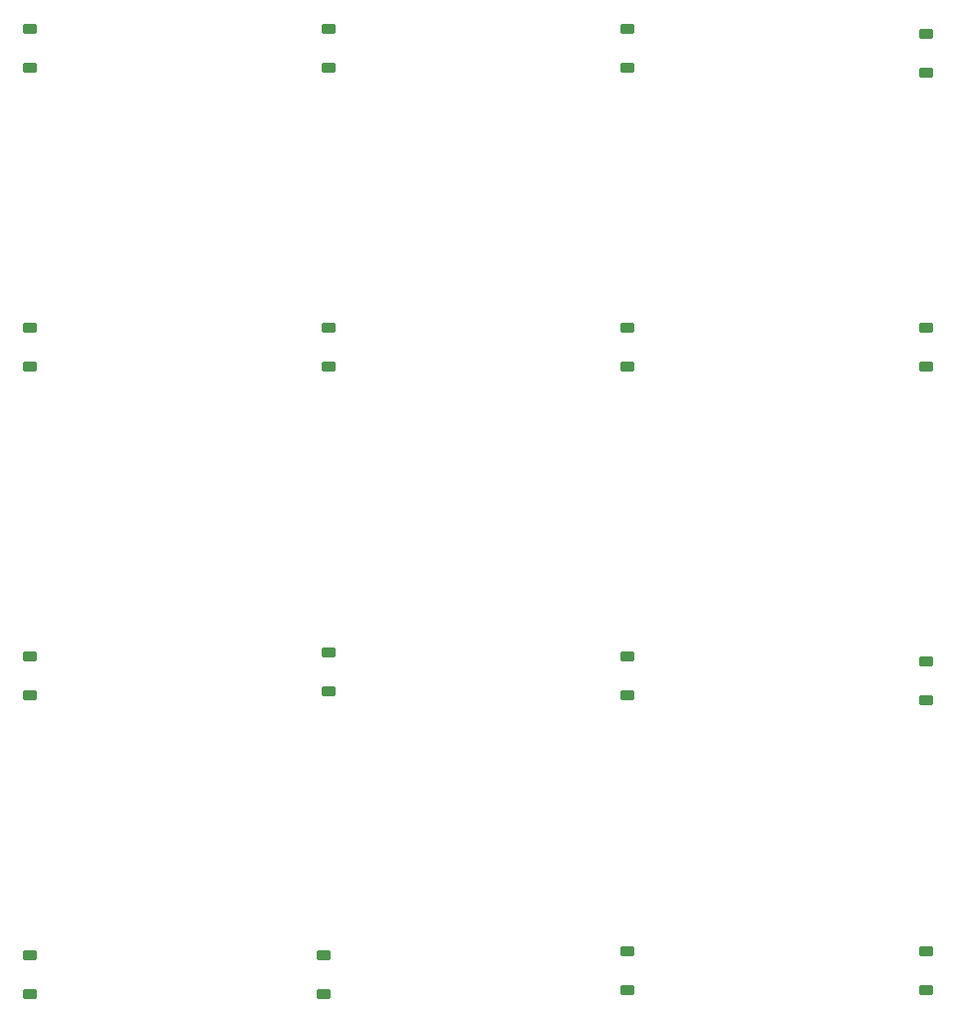
<source format=gbr>
%TF.GenerationSoftware,KiCad,Pcbnew,7.0.9-7.0.9~ubuntu22.04.1*%
%TF.CreationDate,2023-12-14T14:55:03+01:00*%
%TF.ProjectId,odooPad,6f646f6f-5061-4642-9e6b-696361645f70,rev?*%
%TF.SameCoordinates,Original*%
%TF.FileFunction,Paste,Bot*%
%TF.FilePolarity,Positive*%
%FSLAX46Y46*%
G04 Gerber Fmt 4.6, Leading zero omitted, Abs format (unit mm)*
G04 Created by KiCad (PCBNEW 7.0.9-7.0.9~ubuntu22.04.1) date 2023-12-14 14:55:03*
%MOMM*%
%LPD*%
G01*
G04 APERTURE LIST*
G04 Aperture macros list*
%AMRoundRect*
0 Rectangle with rounded corners*
0 $1 Rounding radius*
0 $2 $3 $4 $5 $6 $7 $8 $9 X,Y pos of 4 corners*
0 Add a 4 corners polygon primitive as box body*
4,1,4,$2,$3,$4,$5,$6,$7,$8,$9,$2,$3,0*
0 Add four circle primitives for the rounded corners*
1,1,$1+$1,$2,$3*
1,1,$1+$1,$4,$5*
1,1,$1+$1,$6,$7*
1,1,$1+$1,$8,$9*
0 Add four rect primitives between the rounded corners*
20,1,$1+$1,$2,$3,$4,$5,0*
20,1,$1+$1,$4,$5,$6,$7,0*
20,1,$1+$1,$6,$7,$8,$9,0*
20,1,$1+$1,$8,$9,$2,$3,0*%
G04 Aperture macros list end*
%ADD10RoundRect,0.225000X-0.375000X0.225000X-0.375000X-0.225000X0.375000X-0.225000X0.375000X0.225000X0*%
G04 APERTURE END LIST*
D10*
%TO.C,D9*%
X144780000Y-49150000D03*
X144780000Y-52450000D03*
%TD*%
%TO.C,D6*%
X119380000Y-74550000D03*
X119380000Y-77850000D03*
%TD*%
%TO.C,D3*%
X93980000Y-102490000D03*
X93980000Y-105790000D03*
%TD*%
%TO.C,D15*%
X170180000Y-102870000D03*
X170180000Y-106170000D03*
%TD*%
%TO.C,D5*%
X119380000Y-52450000D03*
X119380000Y-49150000D03*
%TD*%
%TO.C,D10*%
X144780000Y-74550000D03*
X144780000Y-77850000D03*
%TD*%
%TO.C,D16*%
X170180000Y-127510000D03*
X170180000Y-130810000D03*
%TD*%
%TO.C,D8*%
X119000000Y-127890000D03*
X119000000Y-131190000D03*
%TD*%
%TO.C,D11*%
X144780000Y-102490000D03*
X144780000Y-105790000D03*
%TD*%
%TO.C,D1*%
X93980000Y-52450000D03*
X93980000Y-49150000D03*
%TD*%
%TO.C,D12*%
X144780000Y-127510000D03*
X144780000Y-130810000D03*
%TD*%
%TO.C,D13*%
X170180000Y-49530000D03*
X170180000Y-52830000D03*
%TD*%
%TO.C,D7*%
X119380000Y-102110000D03*
X119380000Y-105410000D03*
%TD*%
%TO.C,D4*%
X93980000Y-127890000D03*
X93980000Y-131190000D03*
%TD*%
%TO.C,D14*%
X170180000Y-74550000D03*
X170180000Y-77850000D03*
%TD*%
%TO.C,D2*%
X93980000Y-74550000D03*
X93980000Y-77850000D03*
%TD*%
M02*

</source>
